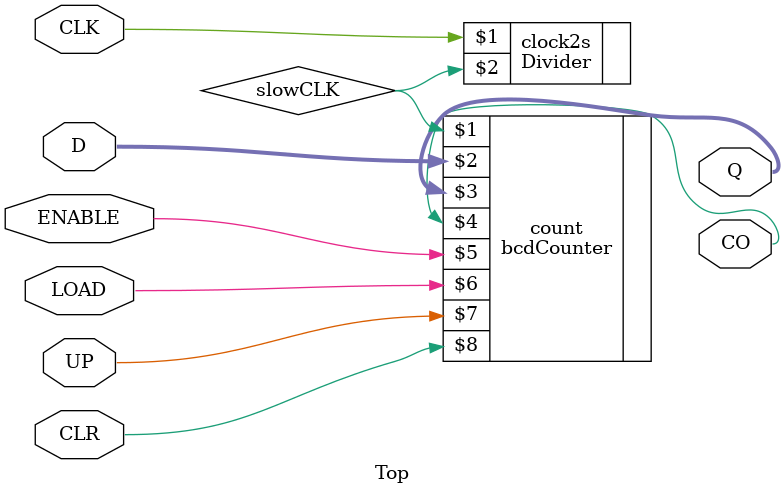
<source format=v>
module Top(CLK, D, Q, CO, ENABLE, LOAD, UP, CLR);
input CLR, ENABLE, LOAD, UP, CLK;
input [3:0] D;
output CO;
output [3:0] Q;

wire slowCLK; 

Divider clock2s(CLK, slowCLK); 
bcdCounter count(slowCLK, D, Q, CO, ENABLE, LOAD, UP, CLR);

endmodule

</source>
